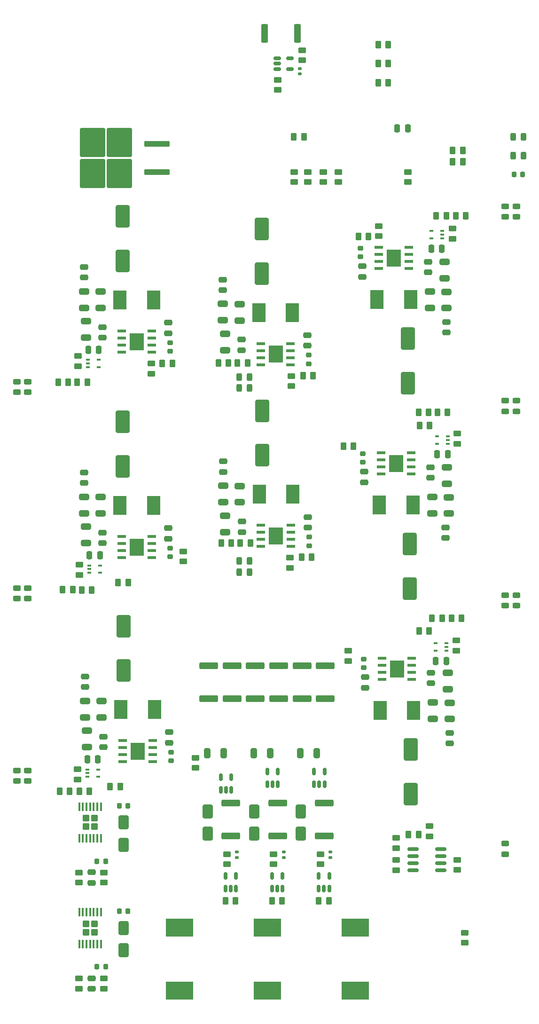
<source format=gbr>
%TF.GenerationSoftware,KiCad,Pcbnew,7.0.7*%
%TF.CreationDate,2023-09-28T18:20:59+01:00*%
%TF.ProjectId,pipcb,70697063-622e-46b6-9963-61645f706362,rev?*%
%TF.SameCoordinates,Original*%
%TF.FileFunction,Paste,Top*%
%TF.FilePolarity,Positive*%
%FSLAX46Y46*%
G04 Gerber Fmt 4.6, Leading zero omitted, Abs format (unit mm)*
G04 Created by KiCad (PCBNEW 7.0.7) date 2023-09-28 18:20:59*
%MOMM*%
%LPD*%
G01*
G04 APERTURE LIST*
G04 Aperture macros list*
%AMRoundRect*
0 Rectangle with rounded corners*
0 $1 Rounding radius*
0 $2 $3 $4 $5 $6 $7 $8 $9 X,Y pos of 4 corners*
0 Add a 4 corners polygon primitive as box body*
4,1,4,$2,$3,$4,$5,$6,$7,$8,$9,$2,$3,0*
0 Add four circle primitives for the rounded corners*
1,1,$1+$1,$2,$3*
1,1,$1+$1,$4,$5*
1,1,$1+$1,$6,$7*
1,1,$1+$1,$8,$9*
0 Add four rect primitives between the rounded corners*
20,1,$1+$1,$2,$3,$4,$5,0*
20,1,$1+$1,$4,$5,$6,$7,0*
20,1,$1+$1,$6,$7,$8,$9,0*
20,1,$1+$1,$8,$9,$2,$3,0*%
G04 Aperture macros list end*
%ADD10RoundRect,0.250000X-0.450000X0.262500X-0.450000X-0.262500X0.450000X-0.262500X0.450000X0.262500X0*%
%ADD11R,2.600000X3.100000*%
%ADD12R,1.550000X0.600000*%
%ADD13RoundRect,0.250000X0.262500X0.450000X-0.262500X0.450000X-0.262500X-0.450000X0.262500X-0.450000X0*%
%ADD14RoundRect,0.250000X-0.650000X0.325000X-0.650000X-0.325000X0.650000X-0.325000X0.650000X0.325000X0*%
%ADD15RoundRect,0.250000X-0.262500X-0.450000X0.262500X-0.450000X0.262500X0.450000X-0.262500X0.450000X0*%
%ADD16RoundRect,0.250000X-0.475000X0.250000X-0.475000X-0.250000X0.475000X-0.250000X0.475000X0.250000X0*%
%ADD17RoundRect,0.250000X-1.000000X1.750000X-1.000000X-1.750000X1.000000X-1.750000X1.000000X1.750000X0*%
%ADD18RoundRect,0.243750X-0.456250X0.243750X-0.456250X-0.243750X0.456250X-0.243750X0.456250X0.243750X0*%
%ADD19RoundRect,0.250000X-0.650000X1.000000X-0.650000X-1.000000X0.650000X-1.000000X0.650000X1.000000X0*%
%ADD20RoundRect,0.150000X0.150000X-0.512500X0.150000X0.512500X-0.150000X0.512500X-0.150000X-0.512500X0*%
%ADD21RoundRect,0.243750X0.456250X-0.243750X0.456250X0.243750X-0.456250X0.243750X-0.456250X-0.243750X0*%
%ADD22R,0.650000X0.400000*%
%ADD23RoundRect,0.243750X-0.243750X-0.456250X0.243750X-0.456250X0.243750X0.456250X-0.243750X0.456250X0*%
%ADD24RoundRect,0.225000X-0.225000X-0.250000X0.225000X-0.250000X0.225000X0.250000X-0.225000X0.250000X0*%
%ADD25RoundRect,0.225000X-0.250000X0.225000X-0.250000X-0.225000X0.250000X-0.225000X0.250000X0.225000X0*%
%ADD26RoundRect,0.250000X0.650000X-0.325000X0.650000X0.325000X-0.650000X0.325000X-0.650000X-0.325000X0*%
%ADD27RoundRect,0.250000X0.450000X-0.262500X0.450000X0.262500X-0.450000X0.262500X-0.450000X-0.262500X0*%
%ADD28RoundRect,0.250000X1.000000X-1.750000X1.000000X1.750000X-1.000000X1.750000X-1.000000X-1.750000X0*%
%ADD29RoundRect,0.250000X0.475000X-0.250000X0.475000X0.250000X-0.475000X0.250000X-0.475000X-0.250000X0*%
%ADD30RoundRect,0.250000X-0.250000X-0.475000X0.250000X-0.475000X0.250000X0.475000X-0.250000X0.475000X0*%
%ADD31RoundRect,0.250000X0.250000X0.475000X-0.250000X0.475000X-0.250000X-0.475000X0.250000X-0.475000X0*%
%ADD32R,2.350000X3.500000*%
%ADD33RoundRect,0.250000X-0.325000X-0.650000X0.325000X-0.650000X0.325000X0.650000X-0.325000X0.650000X0*%
%ADD34RoundRect,0.225000X0.250000X-0.225000X0.250000X0.225000X-0.250000X0.225000X-0.250000X-0.225000X0*%
%ADD35RoundRect,0.225000X0.225000X0.250000X-0.225000X0.250000X-0.225000X-0.250000X0.225000X-0.250000X0*%
%ADD36RoundRect,0.243750X0.243750X0.456250X-0.243750X0.456250X-0.243750X-0.456250X0.243750X-0.456250X0*%
%ADD37RoundRect,0.250000X-1.425000X0.362500X-1.425000X-0.362500X1.425000X-0.362500X1.425000X0.362500X0*%
%ADD38R,5.000000X3.300000*%
%ADD39RoundRect,0.250000X2.050000X0.300000X-2.050000X0.300000X-2.050000X-0.300000X2.050000X-0.300000X0*%
%ADD40RoundRect,0.250000X2.025000X2.375000X-2.025000X2.375000X-2.025000X-2.375000X2.025000X-2.375000X0*%
%ADD41RoundRect,0.150000X0.825000X0.150000X-0.825000X0.150000X-0.825000X-0.150000X0.825000X-0.150000X0*%
%ADD42RoundRect,0.250000X1.425000X-0.362500X1.425000X0.362500X-1.425000X0.362500X-1.425000X-0.362500X0*%
%ADD43RoundRect,0.250000X0.650000X-1.000000X0.650000X1.000000X-0.650000X1.000000X-0.650000X-1.000000X0*%
%ADD44RoundRect,0.150000X-0.512500X-0.150000X0.512500X-0.150000X0.512500X0.150000X-0.512500X0.150000X0*%
%ADD45RoundRect,0.250001X0.374999X-0.354999X0.374999X0.354999X-0.374999X0.354999X-0.374999X-0.354999X0*%
%ADD46RoundRect,0.100000X0.100000X-0.687500X0.100000X0.687500X-0.100000X0.687500X-0.100000X-0.687500X0*%
%ADD47RoundRect,0.140000X0.170000X-0.140000X0.170000X0.140000X-0.170000X0.140000X-0.170000X-0.140000X0*%
%ADD48RoundRect,0.250000X0.362500X1.425000X-0.362500X1.425000X-0.362500X-1.425000X0.362500X-1.425000X0*%
%ADD49RoundRect,0.218750X0.218750X0.256250X-0.218750X0.256250X-0.218750X-0.256250X0.218750X-0.256250X0*%
%ADD50RoundRect,0.140000X-0.170000X0.140000X-0.170000X-0.140000X0.170000X-0.140000X0.170000X0.140000X0*%
G04 APERTURE END LIST*
D10*
%TO.C,R11*%
X68000000Y-5087500D03*
X68000000Y-6912500D03*
%TD*%
D11*
%TO.C,U14*%
X78390000Y-57600000D03*
D12*
X81090000Y-59505000D03*
X81090000Y-58235000D03*
X81090000Y-56965000D03*
X81090000Y-55695000D03*
X75690000Y-55695000D03*
X75690000Y-56965000D03*
X75690000Y-58235000D03*
X75690000Y-59505000D03*
%TD*%
D13*
%TO.C,R44*%
X84365000Y-87750000D03*
X82540000Y-87750000D03*
%TD*%
D14*
%TO.C,C67*%
X47246250Y-61625000D03*
X47246250Y-64575000D03*
%TD*%
D15*
%TO.C,R77*%
X64427500Y-136352500D03*
X66252500Y-136352500D03*
%TD*%
D16*
%TO.C,C65*%
X62471250Y-67250000D03*
X62471250Y-69150000D03*
%TD*%
D17*
%TO.C,C45*%
X80890000Y-72125000D03*
X80890000Y-80125000D03*
%TD*%
D18*
%TO.C,D11*%
X12040000Y-80062500D03*
X12040000Y-81937500D03*
%TD*%
D19*
%TO.C,D6*%
X29265000Y-141250000D03*
X29265000Y-145250000D03*
%TD*%
D20*
%TO.C,U23*%
X63590000Y-115352500D03*
X64540000Y-115352500D03*
X65490000Y-115352500D03*
X65490000Y-113077500D03*
X63590000Y-113077500D03*
%TD*%
D21*
%TO.C,D13*%
X98040000Y-48187500D03*
X98040000Y-46312500D03*
%TD*%
D17*
%TO.C,C29*%
X80489999Y-35125000D03*
X80489999Y-43125000D03*
%TD*%
D21*
%TO.C,D8*%
X10040000Y-44750000D03*
X10040000Y-42875000D03*
%TD*%
D22*
%TO.C,U8*%
X87690000Y-54050000D03*
X87690000Y-53400000D03*
X87690000Y-52750000D03*
X85790000Y-52750000D03*
X85790000Y-54050000D03*
%TD*%
D23*
%TO.C,D21*%
X50102500Y-42000000D03*
X51977500Y-42000000D03*
%TD*%
D24*
%TO.C,C3*%
X28490000Y-119250000D03*
X30040000Y-119250000D03*
%TD*%
D10*
%TO.C,R14*%
X25765000Y-131250000D03*
X25765000Y-133075000D03*
%TD*%
D25*
%TO.C,C70*%
X62746250Y-70850000D03*
X62746250Y-72400000D03*
%TD*%
D26*
%TO.C,C63*%
X47596250Y-69950000D03*
X47596250Y-67000000D03*
%TD*%
D18*
%TO.C,D18*%
X100040000Y-81312500D03*
X100040000Y-83187500D03*
%TD*%
D14*
%TO.C,C75*%
X47190000Y-28875000D03*
X47190000Y-31825000D03*
%TD*%
D20*
%TO.C,U21*%
X55190000Y-115352500D03*
X56140000Y-115352500D03*
X57090000Y-115352500D03*
X57090000Y-113077500D03*
X55190000Y-113077500D03*
%TD*%
D14*
%TO.C,C39*%
X87540000Y-58300000D03*
X87540000Y-61250000D03*
%TD*%
D27*
%TO.C,R8*%
X57040000Y9675000D03*
X57040000Y11500000D03*
%TD*%
D18*
%TO.C,D10*%
X100040000Y-11312500D03*
X100040000Y-13187500D03*
%TD*%
D22*
%TO.C,U6*%
X86690000Y-17050000D03*
X86690000Y-16400000D03*
X86690000Y-15750000D03*
X84790000Y-15750000D03*
X84790000Y-17050000D03*
%TD*%
D28*
%TO.C,C37*%
X29150000Y-58125000D03*
X29150000Y-50125000D03*
%TD*%
D29*
%TO.C,C34*%
X22150000Y-61125000D03*
X22150000Y-59225000D03*
%TD*%
D16*
%TO.C,C40*%
X84540000Y-58300000D03*
X84540000Y-60200000D03*
%TD*%
D15*
%TO.C,R29*%
X61377500Y-74500000D03*
X63202500Y-74500000D03*
%TD*%
D30*
%TO.C,C10*%
X84740000Y-18900000D03*
X86640000Y-18900000D03*
%TD*%
D15*
%TO.C,R49*%
X85627500Y-13000000D03*
X87452500Y-13000000D03*
%TD*%
D31*
%TO.C,C11*%
X25040000Y-74100000D03*
X23140000Y-74100000D03*
%TD*%
D13*
%TO.C,R48*%
X19327500Y-43000000D03*
X17502500Y-43000000D03*
%TD*%
D16*
%TO.C,C33*%
X37375000Y-69250000D03*
X37375000Y-71150000D03*
%TD*%
D29*
%TO.C,C50*%
X22315000Y-97875000D03*
X22315000Y-95975000D03*
%TD*%
D32*
%TO.C,L6*%
X75505000Y-102100000D03*
X81555000Y-102100000D03*
%TD*%
D29*
%TO.C,C32*%
X25500000Y-71950000D03*
X25500000Y-70050000D03*
%TD*%
D33*
%TO.C,C83*%
X61140000Y-109750000D03*
X64090000Y-109750000D03*
%TD*%
D15*
%TO.C,R57*%
X84877500Y-85500000D03*
X86702500Y-85500000D03*
%TD*%
D34*
%TO.C,C46*%
X72390000Y-57400000D03*
X72390000Y-55850000D03*
%TD*%
D35*
%TO.C,C6*%
X26040000Y-148250000D03*
X24490000Y-148250000D03*
%TD*%
D31*
%TO.C,C9*%
X24840000Y-37100000D03*
X22940000Y-37100000D03*
%TD*%
D26*
%TO.C,C71*%
X47540000Y-37200000D03*
X47540000Y-34250000D03*
%TD*%
%TO.C,C31*%
X22500000Y-71950000D03*
X22500000Y-69000000D03*
%TD*%
D13*
%TO.C,R54*%
X84252500Y-48400000D03*
X82427500Y-48400000D03*
%TD*%
D19*
%TO.C,D5*%
X29315000Y-122250000D03*
X29315000Y-126250000D03*
%TD*%
D18*
%TO.C,D15*%
X12040000Y-112875000D03*
X12040000Y-114750000D03*
%TD*%
D13*
%TO.C,R19*%
X82440000Y-124425000D03*
X80615000Y-124425000D03*
%TD*%
D15*
%TO.C,R35*%
X28290000Y-79000000D03*
X30115000Y-79000000D03*
%TD*%
D26*
%TO.C,C47*%
X22665000Y-108700000D03*
X22665000Y-105750000D03*
%TD*%
D36*
%TO.C,D22*%
X51977500Y-44000000D03*
X50102500Y-44000000D03*
%TD*%
D14*
%TO.C,C23*%
X87140000Y-21300000D03*
X87140000Y-24250000D03*
%TD*%
D26*
%TO.C,C28*%
X84489999Y-29600000D03*
X84489999Y-26650000D03*
%TD*%
D30*
%TO.C,C14*%
X85540000Y-93150000D03*
X87440000Y-93150000D03*
%TD*%
D22*
%TO.C,U10*%
X87440000Y-91300000D03*
X87440000Y-90650000D03*
X87440000Y-90000000D03*
X85540000Y-90000000D03*
X85540000Y-91300000D03*
%TD*%
D16*
%TO.C,C17*%
X37375000Y-32250000D03*
X37375000Y-34150000D03*
%TD*%
D11*
%TO.C,U16*%
X78530000Y-94600000D03*
D12*
X81230000Y-96505000D03*
X81230000Y-95235000D03*
X81230000Y-93965000D03*
X81230000Y-92695000D03*
X75830000Y-92695000D03*
X75830000Y-93965000D03*
X75830000Y-95235000D03*
X75830000Y-96505000D03*
%TD*%
D20*
%TO.C,U20*%
X47640000Y-134127500D03*
X48590000Y-134127500D03*
X49540000Y-134127500D03*
X49540000Y-131852500D03*
X47640000Y-131852500D03*
%TD*%
D32*
%TO.C,L1*%
X34675000Y-28150000D03*
X28625000Y-28150000D03*
%TD*%
D15*
%TO.C,R50*%
X89127500Y-13000000D03*
X90952500Y-13000000D03*
%TD*%
D25*
%TO.C,C78*%
X62690000Y-38100000D03*
X62690000Y-39650000D03*
%TD*%
D10*
%TO.C,R9*%
X65250000Y-5087500D03*
X65250000Y-6912500D03*
%TD*%
D16*
%TO.C,C58*%
X88030000Y-106125000D03*
X88030000Y-108025000D03*
%TD*%
D25*
%TO.C,C38*%
X37650000Y-72850000D03*
X37650000Y-74400000D03*
%TD*%
D13*
%TO.C,R18*%
X61790000Y1250000D03*
X59965000Y1250000D03*
%TD*%
D27*
%TO.C,R36*%
X21340000Y-77675000D03*
X21340000Y-75850000D03*
%TD*%
D15*
%TO.C,R51*%
X21740000Y-80400000D03*
X23565000Y-80400000D03*
%TD*%
D37*
%TO.C,R74*%
X61440000Y-93987500D03*
X61440000Y-99912500D03*
%TD*%
D16*
%TO.C,C49*%
X37540000Y-106000000D03*
X37540000Y-107900000D03*
%TD*%
D33*
%TO.C,C79*%
X44340000Y-109750000D03*
X47290000Y-109750000D03*
%TD*%
D37*
%TO.C,R69*%
X53040000Y-93987500D03*
X53040000Y-99912500D03*
%TD*%
D29*
%TO.C,C57*%
X72805000Y-98000000D03*
X72805000Y-96100000D03*
%TD*%
D38*
%TO.C,L10*%
X55190000Y-141200000D03*
X55190000Y-152500000D03*
%TD*%
D26*
%TO.C,C59*%
X88030000Y-103625000D03*
X88030000Y-100675000D03*
%TD*%
D16*
%TO.C,C7*%
X23515000Y-131212500D03*
X23515000Y-133112500D03*
%TD*%
D28*
%TO.C,C77*%
X54190000Y-23375000D03*
X54190000Y-15375000D03*
%TD*%
D22*
%TO.C,U5*%
X22890000Y-38950000D03*
X22890000Y-39600000D03*
X22890000Y-40250000D03*
X24790000Y-40250000D03*
X24790000Y-38950000D03*
%TD*%
D29*
%TO.C,C66*%
X47246250Y-59125000D03*
X47246250Y-57225000D03*
%TD*%
D39*
%TO.C,Q1*%
X35290000Y-5140000D03*
D40*
X28565000Y-5375000D03*
X28565000Y175000D03*
X23715000Y-5375000D03*
X23715000Y175000D03*
D39*
X35290000Y-60000D03*
%TD*%
D27*
%TO.C,R43*%
X42290000Y-112412500D03*
X42290000Y-110587500D03*
%TD*%
D11*
%TO.C,U13*%
X31650000Y-72650000D03*
D12*
X28950000Y-70745000D03*
X28950000Y-72015000D03*
X28950000Y-73285000D03*
X28950000Y-74555000D03*
X34350000Y-74555000D03*
X34350000Y-73285000D03*
X34350000Y-72015000D03*
X34350000Y-70745000D03*
%TD*%
D21*
%TO.C,D12*%
X10040000Y-81937500D03*
X10040000Y-80062500D03*
%TD*%
D16*
%TO.C,C26*%
X87489999Y-32125000D03*
X87489999Y-34025000D03*
%TD*%
D10*
%TO.C,R15*%
X25765000Y-150337500D03*
X25765000Y-152162500D03*
%TD*%
D26*
%TO.C,C27*%
X87490000Y-29625000D03*
X87490000Y-26675000D03*
%TD*%
D14*
%TO.C,C35*%
X22150000Y-63625000D03*
X22150000Y-66575000D03*
%TD*%
D36*
%TO.C,D2*%
X101350000Y-2166666D03*
X99475000Y-2166666D03*
%TD*%
D27*
%TO.C,R25*%
X34250000Y-41412500D03*
X34250000Y-39587500D03*
%TD*%
D41*
%TO.C,U4*%
X86415000Y-130830000D03*
X86415000Y-129560000D03*
X86415000Y-128290000D03*
X86415000Y-127020000D03*
X81465000Y-127020000D03*
X81465000Y-128290000D03*
X81465000Y-129560000D03*
X81465000Y-130830000D03*
%TD*%
D38*
%TO.C,L11*%
X71040000Y-141200000D03*
X71040000Y-152500000D03*
%TD*%
D10*
%TO.C,R30*%
X75250000Y-14837500D03*
X75250000Y-16662500D03*
%TD*%
%TO.C,R45*%
X89240000Y-89487500D03*
X89240000Y-91312500D03*
%TD*%
D13*
%TO.C,R55*%
X19565000Y-116600000D03*
X17740000Y-116600000D03*
%TD*%
D27*
%TO.C,R2*%
X61490000Y14990000D03*
X61490000Y16815000D03*
%TD*%
D16*
%TO.C,C42*%
X87290000Y-69125000D03*
X87290000Y-71025000D03*
%TD*%
D13*
%TO.C,R31*%
X73412500Y-16750000D03*
X71587500Y-16750000D03*
%TD*%
D26*
%TO.C,C44*%
X84890000Y-66600000D03*
X84890000Y-63650000D03*
%TD*%
D13*
%TO.C,R38*%
X84452500Y-50750000D03*
X82627500Y-50750000D03*
%TD*%
D27*
%TO.C,R76*%
X64740000Y-129777500D03*
X64740000Y-127952500D03*
%TD*%
D14*
%TO.C,C19*%
X22150000Y-26625000D03*
X22150000Y-29575000D03*
%TD*%
D42*
%TO.C,R65*%
X48640000Y-124665000D03*
X48640000Y-118740000D03*
%TD*%
D27*
%TO.C,R27*%
X21040000Y-40075000D03*
X21040000Y-38250000D03*
%TD*%
%TO.C,R33*%
X59540000Y-43662500D03*
X59540000Y-41837500D03*
%TD*%
D38*
%TO.C,L9*%
X39340000Y-141200000D03*
X39340000Y-152500000D03*
%TD*%
D27*
%TO.C,R21*%
X89440000Y-130800000D03*
X89440000Y-128975000D03*
%TD*%
D42*
%TO.C,R70*%
X57040000Y-124665000D03*
X57040000Y-118740000D03*
%TD*%
D23*
%TO.C,D19*%
X50102500Y-75150000D03*
X51977500Y-75150000D03*
%TD*%
D29*
%TO.C,C18*%
X22150000Y-24125000D03*
X22150000Y-22225000D03*
%TD*%
D32*
%TO.C,L3*%
X34675000Y-65150000D03*
X28625000Y-65150000D03*
%TD*%
D37*
%TO.C,R73*%
X65640000Y-93987500D03*
X65640000Y-99912500D03*
%TD*%
D18*
%TO.C,D14*%
X100040000Y-46312500D03*
X100040000Y-48187500D03*
%TD*%
D13*
%TO.C,R59*%
X52115000Y-71900000D03*
X50290000Y-71900000D03*
%TD*%
D20*
%TO.C,U22*%
X56040000Y-134127500D03*
X56990000Y-134127500D03*
X57940000Y-134127500D03*
X57940000Y-131852500D03*
X56040000Y-131852500D03*
%TD*%
D43*
%TO.C,D23*%
X44440000Y-124265000D03*
X44440000Y-120265000D03*
%TD*%
D21*
%TO.C,D9*%
X98040000Y-13187500D03*
X98040000Y-11312500D03*
%TD*%
D33*
%TO.C,C81*%
X52740000Y-109750000D03*
X55690000Y-109750000D03*
%TD*%
D11*
%TO.C,U18*%
X56690000Y-37900000D03*
D12*
X53990000Y-35995000D03*
X53990000Y-37265000D03*
X53990000Y-38535000D03*
X53990000Y-39805000D03*
X59390000Y-39805000D03*
X59390000Y-38535000D03*
X59390000Y-37265000D03*
X59390000Y-35995000D03*
%TD*%
D42*
%TO.C,R75*%
X65440000Y-124665000D03*
X65440000Y-118740000D03*
%TD*%
D21*
%TO.C,D17*%
X98040000Y-83187500D03*
X98040000Y-81312500D03*
%TD*%
D15*
%TO.C,R26*%
X36250000Y-39587500D03*
X38075000Y-39587500D03*
%TD*%
%TO.C,R40*%
X68877500Y-54500000D03*
X70702500Y-54500000D03*
%TD*%
D11*
%TO.C,U15*%
X31815000Y-109400000D03*
D12*
X29115000Y-107495000D03*
X29115000Y-108765000D03*
X29115000Y-110035000D03*
X29115000Y-111305000D03*
X34515000Y-111305000D03*
X34515000Y-110035000D03*
X34515000Y-108765000D03*
X34515000Y-107495000D03*
%TD*%
D15*
%TO.C,R53*%
X85827500Y-48400000D03*
X87652500Y-48400000D03*
%TD*%
D37*
%TO.C,R68*%
X57240000Y-93987500D03*
X57240000Y-99912500D03*
%TD*%
D20*
%TO.C,U24*%
X64440000Y-134127500D03*
X65390000Y-134127500D03*
X66340000Y-134127500D03*
X66340000Y-131852500D03*
X64440000Y-131852500D03*
%TD*%
D10*
%TO.C,R32*%
X88540000Y-15300000D03*
X88540000Y-17125000D03*
%TD*%
D22*
%TO.C,U7*%
X23140000Y-75950000D03*
X23140000Y-76600000D03*
X23140000Y-77250000D03*
X25040000Y-77250000D03*
X25040000Y-75950000D03*
%TD*%
D32*
%TO.C,L8*%
X59715000Y-30400000D03*
X53665000Y-30400000D03*
%TD*%
D27*
%TO.C,R71*%
X56340000Y-129777500D03*
X56340000Y-127952500D03*
%TD*%
D14*
%TO.C,C55*%
X87680000Y-95300000D03*
X87680000Y-98250000D03*
%TD*%
D29*
%TO.C,C41*%
X72665000Y-61000000D03*
X72665000Y-59100000D03*
%TD*%
D28*
%TO.C,C69*%
X54246250Y-56125000D03*
X54246250Y-48125000D03*
%TD*%
D44*
%TO.C,U1*%
X56977500Y15350000D03*
X56977500Y14400000D03*
X56977500Y13450000D03*
X59252500Y13450000D03*
X59252500Y15350000D03*
%TD*%
D13*
%TO.C,R52*%
X20152500Y-80350000D03*
X18327500Y-80350000D03*
%TD*%
D15*
%TO.C,R47*%
X20940000Y-43000000D03*
X22765000Y-43000000D03*
%TD*%
D29*
%TO.C,C25*%
X72265000Y-23999999D03*
X72265000Y-22099999D03*
%TD*%
D45*
%TO.C,U3*%
X22490000Y-142000000D03*
X24040000Y-142000000D03*
X22490000Y-140500000D03*
X24040000Y-140500000D03*
D46*
X21315000Y-144112500D03*
X21965000Y-144112500D03*
X22615000Y-144112500D03*
X23265000Y-144112500D03*
X23915000Y-144112500D03*
X24565000Y-144112500D03*
X25215000Y-144112500D03*
X25215000Y-138387500D03*
X24565000Y-138387500D03*
X23915000Y-138387500D03*
X23265000Y-138387500D03*
X22615000Y-138387500D03*
X21965000Y-138387500D03*
X21315000Y-138387500D03*
%TD*%
D27*
%TO.C,R20*%
X78440000Y-130837500D03*
X78440000Y-129012500D03*
%TD*%
D11*
%TO.C,U11*%
X31650000Y-35650000D03*
D12*
X28950000Y-33745000D03*
X28950000Y-35015000D03*
X28950000Y-36285000D03*
X28950000Y-37555000D03*
X34350000Y-37555000D03*
X34350000Y-36285000D03*
X34350000Y-35015000D03*
X34350000Y-33745000D03*
%TD*%
D27*
%TO.C,R28*%
X59290000Y-76412500D03*
X59290000Y-74587500D03*
%TD*%
D22*
%TO.C,U9*%
X22790000Y-112700000D03*
X22790000Y-113350000D03*
X22790000Y-114000000D03*
X24690000Y-114000000D03*
X24690000Y-112700000D03*
%TD*%
D15*
%TO.C,R56*%
X21315000Y-116600000D03*
X23140000Y-116600000D03*
%TD*%
D24*
%TO.C,C4*%
X28490000Y-138250000D03*
X30040000Y-138250000D03*
%TD*%
D14*
%TO.C,C52*%
X25315000Y-100400000D03*
X25315000Y-103350000D03*
%TD*%
D16*
%TO.C,C73*%
X62415000Y-34500000D03*
X62415000Y-36400000D03*
%TD*%
D29*
%TO.C,C74*%
X47190000Y-26375000D03*
X47190000Y-24475000D03*
%TD*%
D27*
%TO.C,R17*%
X90790000Y-143912500D03*
X90790000Y-142087500D03*
%TD*%
D25*
%TO.C,C22*%
X37650000Y-35850000D03*
X37650000Y-37400000D03*
%TD*%
D11*
%TO.C,U17*%
X56746250Y-70650000D03*
D12*
X54046250Y-68745000D03*
X54046250Y-70015000D03*
X54046250Y-71285000D03*
X54046250Y-72555000D03*
X59446250Y-72555000D03*
X59446250Y-71285000D03*
X59446250Y-70015000D03*
X59446250Y-68745000D03*
%TD*%
D43*
%TO.C,D24*%
X52840000Y-124265000D03*
X52840000Y-120265000D03*
%TD*%
D13*
%TO.C,R62*%
X48202500Y-39500000D03*
X46377500Y-39500000D03*
%TD*%
D15*
%TO.C,R72*%
X56027500Y-136352500D03*
X57852500Y-136352500D03*
%TD*%
D37*
%TO.C,R63*%
X48840000Y-93987500D03*
X48840000Y-99912500D03*
%TD*%
D20*
%TO.C,U19*%
X46790000Y-116400000D03*
X47740000Y-116400000D03*
X48690000Y-116400000D03*
X48690000Y-114125000D03*
X46790000Y-114125000D03*
%TD*%
D16*
%TO.C,C24*%
X84140000Y-21300000D03*
X84140000Y-23200000D03*
%TD*%
D13*
%TO.C,R60*%
X48702500Y-71900000D03*
X46877500Y-71900000D03*
%TD*%
D10*
%TO.C,R12*%
X21265000Y-131250000D03*
X21265000Y-133075000D03*
%TD*%
D28*
%TO.C,C21*%
X29150000Y-21125000D03*
X29150000Y-13125000D03*
%TD*%
D14*
%TO.C,C76*%
X50190000Y-28900000D03*
X50190000Y-31850000D03*
%TD*%
D21*
%TO.C,D3*%
X98040000Y-127937500D03*
X98040000Y-126062500D03*
%TD*%
D13*
%TO.C,R5*%
X76992500Y14416668D03*
X75167500Y14416668D03*
%TD*%
D26*
%TO.C,C43*%
X87890000Y-66625000D03*
X87890000Y-63675000D03*
%TD*%
D16*
%TO.C,C8*%
X23515000Y-150300000D03*
X23515000Y-152200000D03*
%TD*%
D11*
%TO.C,U12*%
X77990000Y-20600000D03*
D12*
X80690000Y-22505000D03*
X80690000Y-21235000D03*
X80690000Y-19965000D03*
X80690000Y-18695000D03*
X75290000Y-18695000D03*
X75290000Y-19965000D03*
X75290000Y-21235000D03*
X75290000Y-22505000D03*
%TD*%
D47*
%TO.C,C82*%
X58140000Y-128552500D03*
X58140000Y-127592500D03*
%TD*%
%TO.C,C84*%
X66540000Y-128552500D03*
X66540000Y-127592500D03*
%TD*%
D48*
%TO.C,R1*%
X60627500Y19840000D03*
X54702500Y19840000D03*
%TD*%
D36*
%TO.C,D1*%
X101350000Y1250000D03*
X99475000Y1250000D03*
%TD*%
D49*
%TO.C,D4*%
X101200000Y-5583334D03*
X99625000Y-5583334D03*
%TD*%
D45*
%TO.C,U2*%
X22490000Y-123000000D03*
X24040000Y-123000000D03*
X22490000Y-121500000D03*
X24040000Y-121500000D03*
D46*
X21315000Y-125112500D03*
X21965000Y-125112500D03*
X22615000Y-125112500D03*
X23265000Y-125112500D03*
X23915000Y-125112500D03*
X24565000Y-125112500D03*
X25215000Y-125112500D03*
X25215000Y-119387500D03*
X24565000Y-119387500D03*
X23915000Y-119387500D03*
X23265000Y-119387500D03*
X22615000Y-119387500D03*
X21965000Y-119387500D03*
X21315000Y-119387500D03*
%TD*%
D27*
%TO.C,R42*%
X20990000Y-114512500D03*
X20990000Y-112687500D03*
%TD*%
D26*
%TO.C,C15*%
X22500000Y-34950000D03*
X22500000Y-32000000D03*
%TD*%
D29*
%TO.C,C64*%
X50596250Y-69950000D03*
X50596250Y-68050000D03*
%TD*%
D34*
%TO.C,C30*%
X71990000Y-20400000D03*
X71990000Y-18850000D03*
%TD*%
D10*
%TO.C,R46*%
X69790000Y-91337500D03*
X69790000Y-93162500D03*
%TD*%
D14*
%TO.C,C68*%
X50246250Y-61650000D03*
X50246250Y-64600000D03*
%TD*%
D15*
%TO.C,R23*%
X88587500Y-1250000D03*
X90412500Y-1250000D03*
%TD*%
D13*
%TO.C,R61*%
X51615000Y-39500000D03*
X49790000Y-39500000D03*
%TD*%
D32*
%TO.C,L5*%
X34840000Y-101900000D03*
X28790000Y-101900000D03*
%TD*%
D15*
%TO.C,R34*%
X61627500Y-41750000D03*
X63452500Y-41750000D03*
%TD*%
D34*
%TO.C,C62*%
X72530000Y-94400000D03*
X72530000Y-92850000D03*
%TD*%
D17*
%TO.C,C61*%
X81030000Y-109125000D03*
X81030000Y-117125000D03*
%TD*%
D14*
%TO.C,C20*%
X25150000Y-26650000D03*
X25150000Y-29600000D03*
%TD*%
D32*
%TO.C,L7*%
X59771250Y-63150000D03*
X53721250Y-63150000D03*
%TD*%
D26*
%TO.C,C60*%
X85030000Y-103600000D03*
X85030000Y-100650000D03*
%TD*%
D13*
%TO.C,R24*%
X90412500Y-3250000D03*
X88587500Y-3250000D03*
%TD*%
D30*
%TO.C,C12*%
X85790000Y-55900000D03*
X87690000Y-55900000D03*
%TD*%
D27*
%TO.C,R22*%
X78440000Y-126837500D03*
X78440000Y-125012500D03*
%TD*%
D32*
%TO.C,L2*%
X74965000Y-28100000D03*
X81015000Y-28100000D03*
%TD*%
D43*
%TO.C,D25*%
X61240000Y-124265000D03*
X61240000Y-120265000D03*
%TD*%
D50*
%TO.C,C2*%
X61040000Y13500000D03*
X61040000Y12540000D03*
%TD*%
D29*
%TO.C,C48*%
X25665000Y-108700000D03*
X25665000Y-106800000D03*
%TD*%
D10*
%TO.C,R10*%
X80500000Y-5087500D03*
X80500000Y-6912500D03*
%TD*%
D29*
%TO.C,C72*%
X50540000Y-37200000D03*
X50540000Y-35300000D03*
%TD*%
D21*
%TO.C,D16*%
X10040000Y-114750000D03*
X10040000Y-112875000D03*
%TD*%
D47*
%TO.C,C80*%
X49740000Y-128552500D03*
X49740000Y-127592500D03*
%TD*%
D15*
%TO.C,R41*%
X26877500Y-115750000D03*
X28702500Y-115750000D03*
%TD*%
D31*
%TO.C,C13*%
X24640000Y-110850000D03*
X22740000Y-110850000D03*
%TD*%
D27*
%TO.C,R37*%
X40040000Y-75250000D03*
X40040000Y-73425000D03*
%TD*%
D32*
%TO.C,L4*%
X75365000Y-65100000D03*
X81415000Y-65100000D03*
%TD*%
D18*
%TO.C,D7*%
X12040000Y-42875000D03*
X12040000Y-44750000D03*
%TD*%
D14*
%TO.C,C51*%
X22315000Y-100375000D03*
X22315000Y-103325000D03*
%TD*%
D16*
%TO.C,C56*%
X84680000Y-95300000D03*
X84680000Y-97200000D03*
%TD*%
D36*
%TO.C,D20*%
X51977500Y-77150000D03*
X50102500Y-77150000D03*
%TD*%
D28*
%TO.C,C53*%
X29315000Y-94875000D03*
X29315000Y-86875000D03*
%TD*%
D13*
%TO.C,R7*%
X76992500Y11000000D03*
X75167500Y11000000D03*
%TD*%
D29*
%TO.C,C16*%
X25500000Y-34950000D03*
X25500000Y-33050000D03*
%TD*%
D14*
%TO.C,C36*%
X25150000Y-63650000D03*
X25150000Y-66600000D03*
%TD*%
D37*
%TO.C,R64*%
X44640000Y-93987500D03*
X44640000Y-99912500D03*
%TD*%
D15*
%TO.C,R67*%
X47627500Y-136352500D03*
X49452500Y-136352500D03*
%TD*%
D35*
%TO.C,C5*%
X26040000Y-129250000D03*
X24490000Y-129250000D03*
%TD*%
D10*
%TO.C,R39*%
X89440000Y-52237500D03*
X89440000Y-54062500D03*
%TD*%
%TO.C,R3*%
X60000000Y-5087500D03*
X60000000Y-6912500D03*
%TD*%
D13*
%TO.C,R4*%
X76992500Y17833334D03*
X75167500Y17833334D03*
%TD*%
D10*
%TO.C,R6*%
X84440000Y-122925000D03*
X84440000Y-124750000D03*
%TD*%
%TO.C,R13*%
X21265000Y-150337500D03*
X21265000Y-152162500D03*
%TD*%
D15*
%TO.C,R58*%
X88377500Y-85500000D03*
X90202500Y-85500000D03*
%TD*%
D31*
%TO.C,C1*%
X80500000Y2750000D03*
X78600000Y2750000D03*
%TD*%
D27*
%TO.C,R66*%
X47940000Y-129777500D03*
X47940000Y-127952500D03*
%TD*%
D25*
%TO.C,C54*%
X37815000Y-109600000D03*
X37815000Y-111150000D03*
%TD*%
D10*
%TO.C,R16*%
X62500000Y-5087500D03*
X62500000Y-6912500D03*
%TD*%
M02*

</source>
